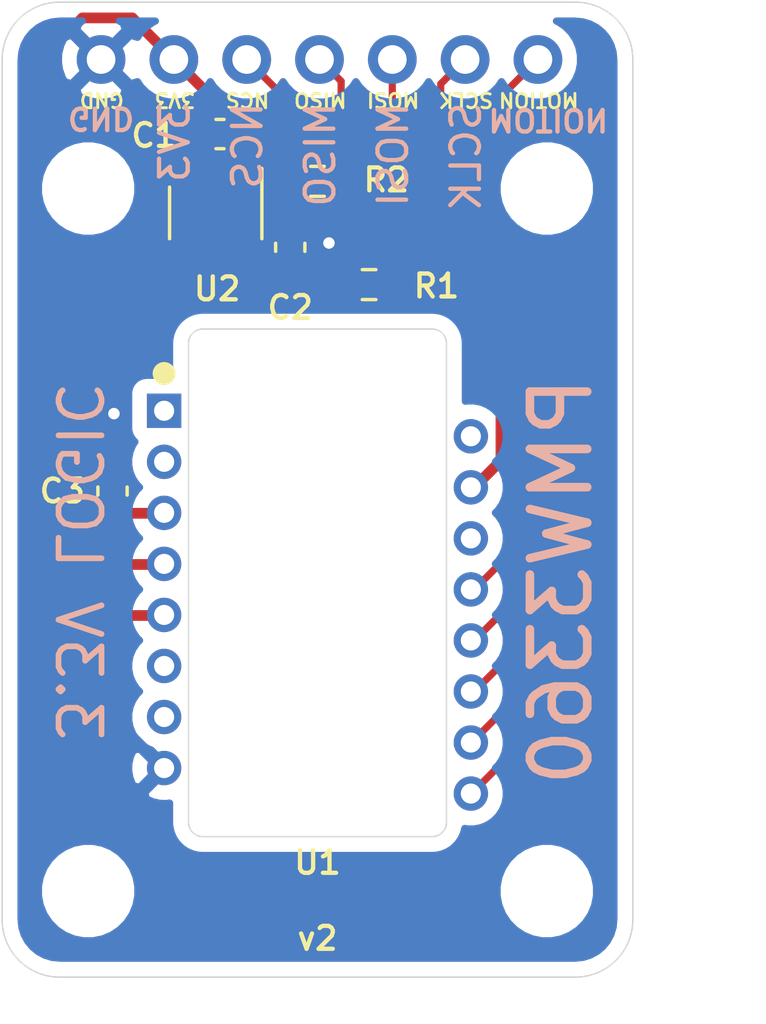
<source format=kicad_pcb>
(kicad_pcb (version 20171130) (host pcbnew "(5.1.10)-1")

  (general
    (thickness 1.6)
    (drawings 35)
    (tracks 87)
    (zones 0)
    (modules 12)
    (nets 18)
  )

  (page A4)
  (layers
    (0 F.Cu signal)
    (31 B.Cu signal)
    (32 B.Adhes user)
    (33 F.Adhes user)
    (34 B.Paste user)
    (35 F.Paste user)
    (36 B.SilkS user)
    (37 F.SilkS user)
    (38 B.Mask user)
    (39 F.Mask user)
    (40 Dwgs.User user)
    (41 Cmts.User user)
    (42 Eco1.User user)
    (43 Eco2.User user)
    (44 Edge.Cuts user)
    (45 Margin user)
    (46 B.CrtYd user)
    (47 F.CrtYd user)
    (48 B.Fab user hide)
    (49 F.Fab user hide)
  )

  (setup
    (last_trace_width 0.25)
    (trace_clearance 0.25)
    (zone_clearance 0.508)
    (zone_45_only no)
    (trace_min 0.2)
    (via_size 0.8)
    (via_drill 0.4)
    (via_min_size 0.4)
    (via_min_drill 0.3)
    (uvia_size 0.3)
    (uvia_drill 0.1)
    (uvias_allowed no)
    (uvia_min_size 0.2)
    (uvia_min_drill 0.1)
    (edge_width 0.05)
    (segment_width 0.2)
    (pcb_text_width 0.3)
    (pcb_text_size 1.5 1.5)
    (mod_edge_width 0.12)
    (mod_text_size 1 1)
    (mod_text_width 0.15)
    (pad_size 1.524 1.524)
    (pad_drill 0.762)
    (pad_to_mask_clearance 0)
    (aux_axis_origin 0 0)
    (visible_elements 7FFFFFFF)
    (pcbplotparams
      (layerselection 0x010fc_ffffffff)
      (usegerberextensions true)
      (usegerberattributes true)
      (usegerberadvancedattributes false)
      (creategerberjobfile false)
      (excludeedgelayer true)
      (linewidth 0.100000)
      (plotframeref false)
      (viasonmask false)
      (mode 1)
      (useauxorigin false)
      (hpglpennumber 1)
      (hpglpenspeed 20)
      (hpglpendiameter 15.000000)
      (psnegative false)
      (psa4output false)
      (plotreference true)
      (plotvalue false)
      (plotinvisibletext false)
      (padsonsilk false)
      (subtractmaskfromsilk true)
      (outputformat 1)
      (mirror false)
      (drillshape 0)
      (scaleselection 1)
      (outputdirectory "./"))
  )

  (net 0 "")
  (net 1 "Net-(U1-Pad7)")
  (net 2 "Net-(U1-Pad6)")
  (net 3 "Net-(U1-Pad14)")
  (net 4 "Net-(U1-Pad2)")
  (net 5 "Net-(U1-Pad16)")
  (net 6 "Net-(U1-Pad1)")
  (net 7 +3V3)
  (net 8 GND)
  (net 9 +1V8)
  (net 10 "Net-(C3-Pad1)")
  (net 11 MOTION)
  (net 12 SCLK)
  (net 13 MOSI)
  (net 14 MISO)
  (net 15 NCS)
  (net 16 "Net-(R1-Pad2)")
  (net 17 "Net-(U2-Pad4)")

  (net_class Default "This is the default net class."
    (clearance 0.25)
    (trace_width 0.25)
    (via_dia 0.8)
    (via_drill 0.4)
    (uvia_dia 0.3)
    (uvia_drill 0.1)
    (add_net MISO)
    (add_net MOSI)
    (add_net MOTION)
    (add_net NCS)
    (add_net "Net-(C3-Pad1)")
    (add_net "Net-(U1-Pad1)")
    (add_net "Net-(U1-Pad14)")
    (add_net "Net-(U1-Pad16)")
    (add_net "Net-(U1-Pad2)")
    (add_net "Net-(U1-Pad6)")
    (add_net "Net-(U1-Pad7)")
    (add_net "Net-(U2-Pad4)")
    (add_net SCLK)
  )

  (net_class power ""
    (clearance 0.25)
    (trace_width 0.375)
    (via_dia 0.8)
    (via_drill 0.4)
    (uvia_dia 0.3)
    (uvia_drill 0.1)
    (add_net +1V8)
    (add_net +3V3)
    (add_net GND)
    (add_net "Net-(R1-Pad2)")
  )

  (module PMW3360:PMW3360 (layer F.Cu) (tedit 615E26BB) (tstamp 61218CE5)
    (at 143.65 100.25)
    (path /611FD0E7)
    (fp_text reference U1 (at 5.35 15.75) (layer F.SilkS)
      (effects (font (size 0.8 0.8) (thickness 0.15)))
    )
    (fp_text value PMW3360 (at 5.35 13.375) (layer F.Fab)
      (effects (font (size 1 1) (thickness 0.15)))
    )
    (fp_line (start 4.35 5.66) (end 6.35 5.66) (layer Dwgs.User) (width 0.12))
    (fp_line (start 5.35 4.66) (end 5.35 6.66) (layer Dwgs.User) (width 0.12))
    (fp_circle (center 0 -1.3) (end 0.2 -1.3) (layer F.SilkS) (width 0.4))
    (fp_line (start 14.775 1.84) (end 14.775 8.89) (layer B.CrtYd) (width 0.05))
    (fp_line (start 2.975 15.94) (end 7.725 15.94) (layer B.CrtYd) (width 0.05))
    (fp_line (start -4.075 1.84) (end -4.075 8.89) (layer B.CrtYd) (width 0.05))
    (fp_line (start 2.975 -5.21) (end 7.725 -5.21) (layer B.CrtYd) (width 0.05))
    (fp_line (start 1.05 -2.78) (end 9.65 -2.78) (layer Dwgs.User) (width 0.12))
    (fp_line (start 9.65 -2.78) (end 9.65 14.48) (layer Dwgs.User) (width 0.12))
    (fp_line (start 1.05 14.48) (end 9.65 14.48) (layer Dwgs.User) (width 0.12))
    (fp_line (start 1.05 -2.78) (end 1.05 14.48) (layer Dwgs.User) (width 0.12))
    (fp_arc (start 2.975 8.89) (end -4.075 8.89) (angle -90) (layer B.CrtYd) (width 0.05))
    (fp_arc (start 2.975 1.84) (end -4.075 1.84) (angle 90) (layer B.CrtYd) (width 0.05))
    (fp_arc (start 7.725 1.84) (end 14.775 1.84) (angle -90) (layer B.CrtYd) (width 0.05))
    (fp_arc (start 7.725 8.89) (end 14.775 8.89) (angle 90) (layer B.CrtYd) (width 0.05))
    (pad 9 thru_hole circle (at 10.7 13.35) (size 1.2 1.2) (drill 0.7) (layers *.Cu *.Mask)
      (net 11 MOTION))
    (pad 10 thru_hole circle (at 10.7 11.57) (size 1.2 1.2) (drill 0.7) (layers *.Cu *.Mask)
      (net 12 SCLK))
    (pad 11 thru_hole circle (at 10.7 9.79) (size 1.2 1.2) (drill 0.7) (layers *.Cu *.Mask)
      (net 13 MOSI))
    (pad 12 thru_hole circle (at 10.7 8.01) (size 1.2 1.2) (drill 0.7) (layers *.Cu *.Mask)
      (net 14 MISO))
    (pad 13 thru_hole circle (at 10.7 6.23) (size 1.2 1.2) (drill 0.7) (layers *.Cu *.Mask)
      (net 15 NCS))
    (pad 14 thru_hole circle (at 10.7 4.45) (size 1.2 1.2) (drill 0.7) (layers *.Cu *.Mask)
      (net 3 "Net-(U1-Pad14)"))
    (pad 15 thru_hole circle (at 10.7 2.67) (size 1.2 1.2) (drill 0.7) (layers *.Cu *.Mask)
      (net 16 "Net-(R1-Pad2)"))
    (pad 16 thru_hole circle (at 10.7 0.89) (size 1.2 1.2) (drill 0.7) (layers *.Cu *.Mask)
      (net 5 "Net-(U1-Pad16)"))
    (pad 8 thru_hole circle (at 0 12.46) (size 1.2 1.2) (drill 0.7) (layers *.Cu *.Mask)
      (net 8 GND))
    (pad 7 thru_hole circle (at 0 10.68) (size 1.2 1.2) (drill 0.7) (layers *.Cu *.Mask)
      (net 1 "Net-(U1-Pad7)"))
    (pad 6 thru_hole circle (at 0 8.9) (size 1.2 1.2) (drill 0.7) (layers *.Cu *.Mask)
      (net 2 "Net-(U1-Pad6)"))
    (pad 5 thru_hole circle (at 0 7.12) (size 1.2 1.2) (drill 0.7) (layers *.Cu *.Mask)
      (net 7 +3V3))
    (pad 4 thru_hole circle (at 0 5.34) (size 1.2 1.2) (drill 0.7) (layers *.Cu *.Mask)
      (net 9 +1V8))
    (pad 3 thru_hole circle (at 0 3.56) (size 1.2 1.2) (drill 0.7) (layers *.Cu *.Mask)
      (net 10 "Net-(C3-Pad1)"))
    (pad 2 thru_hole circle (at 0 1.78) (size 1.2 1.2) (drill 0.7) (layers *.Cu *.Mask)
      (net 4 "Net-(U1-Pad2)"))
    (pad 1 thru_hole rect (at 0 0) (size 1.2 1.2) (drill 0.7) (layers *.Cu *.Mask)
      (net 6 "Net-(U1-Pad1)"))
  )

  (module MountingHole:MountingHole_2.2mm_M2 (layer F.Cu) (tedit 56D1B4CB) (tstamp 61219E26)
    (at 141 92.5)
    (descr "Mounting Hole 2.2mm, no annular, M2")
    (tags "mounting hole 2.2mm no annular m2")
    (attr virtual)
    (fp_text reference REF** (at 0 -3.2) (layer F.SilkS) hide
      (effects (font (size 1 1) (thickness 0.15)))
    )
    (fp_text value MountingHole_2.2mm_M2 (at 0 3.2) (layer F.Fab)
      (effects (font (size 1 1) (thickness 0.15)))
    )
    (fp_circle (center 0 0) (end 2.45 0) (layer F.CrtYd) (width 0.05))
    (fp_circle (center 0 0) (end 2.2 0) (layer Cmts.User) (width 0.15))
    (fp_text user %R (at 0.3 0) (layer F.Fab)
      (effects (font (size 1 1) (thickness 0.15)))
    )
    (pad 1 np_thru_hole circle (at 0 0) (size 2.2 2.2) (drill 2.2) (layers *.Cu *.Mask))
  )

  (module Connector_PinHeader_2.54mm:PinHeader_1x07_P2.54mm_Vertical (layer F.Cu) (tedit 61218118) (tstamp 612088F6)
    (at 141.45 88 90)
    (descr "Through hole straight pin header, 1x07, 2.54mm pitch, single row")
    (tags "Through hole pin header THT 1x07 2.54mm single row")
    (path /61204584)
    (fp_text reference J1 (at 0 -2.33 90) (layer F.SilkS) hide
      (effects (font (size 1 1) (thickness 0.15)))
    )
    (fp_text value Conn_01x07 (at 0 17.57 90) (layer F.Fab)
      (effects (font (size 1 1) (thickness 0.15)))
    )
    (fp_line (start -0.635 -1.27) (end 1.27 -1.27) (layer F.Fab) (width 0.1))
    (fp_line (start 1.27 -1.27) (end 1.27 16.51) (layer F.Fab) (width 0.1))
    (fp_line (start 1.27 16.51) (end -1.27 16.51) (layer F.Fab) (width 0.1))
    (fp_line (start -1.27 16.51) (end -1.27 -0.635) (layer F.Fab) (width 0.1))
    (fp_line (start -1.27 -0.635) (end -0.635 -1.27) (layer F.Fab) (width 0.1))
    (fp_line (start -1.8 -1.8) (end -1.8 17.05) (layer F.CrtYd) (width 0.05))
    (fp_line (start -1.8 17.05) (end 1.8 17.05) (layer F.CrtYd) (width 0.05))
    (fp_line (start 1.8 17.05) (end 1.8 -1.8) (layer F.CrtYd) (width 0.05))
    (fp_line (start 1.8 -1.8) (end -1.8 -1.8) (layer F.CrtYd) (width 0.05))
    (fp_text user %R (at 0 7.62) (layer F.Fab)
      (effects (font (size 1 1) (thickness 0.15)))
    )
    (pad 7 thru_hole oval (at 0 15.24 90) (size 1.7 1.7) (drill 1) (layers *.Cu *.Mask)
      (net 11 MOTION))
    (pad 6 thru_hole oval (at 0 12.7 90) (size 1.7 1.7) (drill 1) (layers *.Cu *.Mask)
      (net 12 SCLK))
    (pad 5 thru_hole oval (at 0 10.16 90) (size 1.7 1.7) (drill 1) (layers *.Cu *.Mask)
      (net 13 MOSI))
    (pad 4 thru_hole oval (at 0 7.62 90) (size 1.7 1.7) (drill 1) (layers *.Cu *.Mask)
      (net 14 MISO))
    (pad 3 thru_hole oval (at 0 5.08 90) (size 1.7 1.7) (drill 1) (layers *.Cu *.Mask)
      (net 15 NCS))
    (pad 2 thru_hole oval (at 0 2.54 90) (size 1.7 1.7) (drill 1) (layers *.Cu *.Mask)
      (net 7 +3V3))
    (pad 1 thru_hole circle (at 0 0 90) (size 1.7 1.7) (drill 1) (layers *.Cu *.Mask)
      (net 8 GND))
  )

  (module MountingHole:MountingHole_2.2mm_M2 (layer F.Cu) (tedit 56D1B4CB) (tstamp 61217BF5)
    (at 157 117)
    (descr "Mounting Hole 2.2mm, no annular, M2")
    (tags "mounting hole 2.2mm no annular m2")
    (attr virtual)
    (fp_text reference REF** (at 0 -3.2) (layer F.SilkS) hide
      (effects (font (size 1 1) (thickness 0.15)))
    )
    (fp_text value MountingHole_2.2mm_M2 (at 0 3.2) (layer F.Fab)
      (effects (font (size 1 1) (thickness 0.15)))
    )
    (fp_circle (center 0 0) (end 2.45 0) (layer F.CrtYd) (width 0.05))
    (fp_circle (center 0 0) (end 2.2 0) (layer Cmts.User) (width 0.15))
    (fp_text user %R (at 0.3 0) (layer F.Fab)
      (effects (font (size 1 1) (thickness 0.15)))
    )
    (pad 1 np_thru_hole circle (at 0 0) (size 2.2 2.2) (drill 2.2) (layers *.Cu *.Mask))
  )

  (module MountingHole:MountingHole_2.2mm_M2 (layer F.Cu) (tedit 56D1B4CB) (tstamp 61217B4F)
    (at 141 117)
    (descr "Mounting Hole 2.2mm, no annular, M2")
    (tags "mounting hole 2.2mm no annular m2")
    (attr virtual)
    (fp_text reference REF** (at 0 -3.2) (layer F.SilkS) hide
      (effects (font (size 1 1) (thickness 0.15)))
    )
    (fp_text value MountingHole_2.2mm_M2 (at 0 3.2) (layer F.Fab)
      (effects (font (size 1 1) (thickness 0.15)))
    )
    (fp_circle (center 0 0) (end 2.45 0) (layer F.CrtYd) (width 0.05))
    (fp_circle (center 0 0) (end 2.2 0) (layer Cmts.User) (width 0.15))
    (fp_text user %R (at 0.3 0) (layer F.Fab)
      (effects (font (size 1 1) (thickness 0.15)))
    )
    (pad 1 np_thru_hole circle (at 0 0) (size 2.2 2.2) (drill 2.2) (layers *.Cu *.Mask))
  )

  (module MountingHole:MountingHole_2.2mm_M2 (layer F.Cu) (tedit 56D1B4CB) (tstamp 612178A2)
    (at 157 92.5)
    (descr "Mounting Hole 2.2mm, no annular, M2")
    (tags "mounting hole 2.2mm no annular m2")
    (attr virtual)
    (fp_text reference REF** (at 0 -3.2) (layer F.SilkS) hide
      (effects (font (size 1 1) (thickness 0.15)))
    )
    (fp_text value MountingHole_2.2mm_M2 (at 0 3.2) (layer F.Fab)
      (effects (font (size 1 1) (thickness 0.15)))
    )
    (fp_circle (center 0 0) (end 2.45 0) (layer F.CrtYd) (width 0.05))
    (fp_circle (center 0 0) (end 2.2 0) (layer Cmts.User) (width 0.15))
    (fp_text user %R (at 0.3 0) (layer F.Fab)
      (effects (font (size 1 1) (thickness 0.15)))
    )
    (pad 1 np_thru_hole circle (at 0 0) (size 2.2 2.2) (drill 2.2) (layers *.Cu *.Mask))
  )

  (module Package_TO_SOT_SMD:SOT-23-5 (layer F.Cu) (tedit 5A02FF57) (tstamp 6122CBDC)
    (at 145.45 93.35 270)
    (descr "5-pin SOT23 package")
    (tags SOT-23-5)
    (path /61202164)
    (attr smd)
    (fp_text reference U2 (at 2.65 -0.05 180) (layer F.SilkS)
      (effects (font (size 0.8 0.8) (thickness 0.15)))
    )
    (fp_text value TCR2EF19 (at 0 2.9 90) (layer F.Fab)
      (effects (font (size 1 1) (thickness 0.15)))
    )
    (fp_line (start -0.9 1.61) (end 0.9 1.61) (layer F.SilkS) (width 0.12))
    (fp_line (start 0.9 -1.61) (end -1.55 -1.61) (layer F.SilkS) (width 0.12))
    (fp_line (start -1.9 -1.8) (end 1.9 -1.8) (layer F.CrtYd) (width 0.05))
    (fp_line (start 1.9 -1.8) (end 1.9 1.8) (layer F.CrtYd) (width 0.05))
    (fp_line (start 1.9 1.8) (end -1.9 1.8) (layer F.CrtYd) (width 0.05))
    (fp_line (start -1.9 1.8) (end -1.9 -1.8) (layer F.CrtYd) (width 0.05))
    (fp_line (start -0.9 -0.9) (end -0.25 -1.55) (layer F.Fab) (width 0.1))
    (fp_line (start 0.9 -1.55) (end -0.25 -1.55) (layer F.Fab) (width 0.1))
    (fp_line (start -0.9 -0.9) (end -0.9 1.55) (layer F.Fab) (width 0.1))
    (fp_line (start 0.9 1.55) (end -0.9 1.55) (layer F.Fab) (width 0.1))
    (fp_line (start 0.9 -1.55) (end 0.9 1.55) (layer F.Fab) (width 0.1))
    (fp_text user %R (at 0 0) (layer F.Fab)
      (effects (font (size 0.5 0.5) (thickness 0.075)))
    )
    (pad 5 smd rect (at 1.1 -0.95 270) (size 1.06 0.65) (layers F.Cu F.Paste F.Mask)
      (net 9 +1V8))
    (pad 4 smd rect (at 1.1 0.95 270) (size 1.06 0.65) (layers F.Cu F.Paste F.Mask)
      (net 17 "Net-(U2-Pad4)"))
    (pad 3 smd rect (at -1.1 0.95 270) (size 1.06 0.65) (layers F.Cu F.Paste F.Mask)
      (net 7 +3V3))
    (pad 2 smd rect (at -1.1 0 270) (size 1.06 0.65) (layers F.Cu F.Paste F.Mask)
      (net 8 GND))
    (pad 1 smd rect (at -1.1 -0.95 270) (size 1.06 0.65) (layers F.Cu F.Paste F.Mask)
      (net 7 +3V3))
    (model ${KISYS3DMOD}/Package_TO_SOT_SMD.3dshapes/SOT-23-5.wrl
      (at (xyz 0 0 0))
      (scale (xyz 1 1 1))
      (rotate (xyz 0 0 0))
    )
  )

  (module Resistor_SMD:R_0603_1608Metric (layer F.Cu) (tedit 5F68FEEE) (tstamp 61208918)
    (at 149 92.25)
    (descr "Resistor SMD 0603 (1608 Metric), square (rectangular) end terminal, IPC_7351 nominal, (Body size source: IPC-SM-782 page 72, https://www.pcb-3d.com/wordpress/wp-content/uploads/ipc-sm-782a_amendment_1_and_2.pdf), generated with kicad-footprint-generator")
    (tags resistor)
    (path /612233B2)
    (attr smd)
    (fp_text reference R2 (at 2.4 -0.05) (layer F.SilkS)
      (effects (font (size 0.8 0.8) (thickness 0.15)))
    )
    (fp_text value 10k (at 0 1.43) (layer F.Fab)
      (effects (font (size 1 1) (thickness 0.15)))
    )
    (fp_line (start -0.8 0.4125) (end -0.8 -0.4125) (layer F.Fab) (width 0.1))
    (fp_line (start -0.8 -0.4125) (end 0.8 -0.4125) (layer F.Fab) (width 0.1))
    (fp_line (start 0.8 -0.4125) (end 0.8 0.4125) (layer F.Fab) (width 0.1))
    (fp_line (start 0.8 0.4125) (end -0.8 0.4125) (layer F.Fab) (width 0.1))
    (fp_line (start -0.237258 -0.5225) (end 0.237258 -0.5225) (layer F.SilkS) (width 0.12))
    (fp_line (start -0.237258 0.5225) (end 0.237258 0.5225) (layer F.SilkS) (width 0.12))
    (fp_line (start -1.48 0.73) (end -1.48 -0.73) (layer F.CrtYd) (width 0.05))
    (fp_line (start -1.48 -0.73) (end 1.48 -0.73) (layer F.CrtYd) (width 0.05))
    (fp_line (start 1.48 -0.73) (end 1.48 0.73) (layer F.CrtYd) (width 0.05))
    (fp_line (start 1.48 0.73) (end -1.48 0.73) (layer F.CrtYd) (width 0.05))
    (fp_text user %R (at 0 0) (layer F.Fab)
      (effects (font (size 0.4 0.4) (thickness 0.06)))
    )
    (pad 2 smd roundrect (at 0.825 0) (size 0.8 0.95) (layers F.Cu F.Paste F.Mask) (roundrect_rratio 0.25)
      (net 14 MISO))
    (pad 1 smd roundrect (at -0.825 0) (size 0.8 0.95) (layers F.Cu F.Paste F.Mask) (roundrect_rratio 0.25)
      (net 7 +3V3))
    (model ${KISYS3DMOD}/Resistor_SMD.3dshapes/R_0603_1608Metric.wrl
      (at (xyz 0 0 0))
      (scale (xyz 1 1 1))
      (rotate (xyz 0 0 0))
    )
  )

  (module Resistor_SMD:R_0603_1608Metric (layer F.Cu) (tedit 5F68FEEE) (tstamp 6121A67E)
    (at 150.8 95.85)
    (descr "Resistor SMD 0603 (1608 Metric), square (rectangular) end terminal, IPC_7351 nominal, (Body size source: IPC-SM-782 page 72, https://www.pcb-3d.com/wordpress/wp-content/uploads/ipc-sm-782a_amendment_1_and_2.pdf), generated with kicad-footprint-generator")
    (tags resistor)
    (path /61226765)
    (attr smd)
    (fp_text reference R1 (at 2.35 0.05) (layer F.SilkS)
      (effects (font (size 0.8 0.8) (thickness 0.15)))
    )
    (fp_text value 39 (at 0 1.43) (layer F.Fab)
      (effects (font (size 1 1) (thickness 0.15)))
    )
    (fp_line (start -0.8 0.4125) (end -0.8 -0.4125) (layer F.Fab) (width 0.1))
    (fp_line (start -0.8 -0.4125) (end 0.8 -0.4125) (layer F.Fab) (width 0.1))
    (fp_line (start 0.8 -0.4125) (end 0.8 0.4125) (layer F.Fab) (width 0.1))
    (fp_line (start 0.8 0.4125) (end -0.8 0.4125) (layer F.Fab) (width 0.1))
    (fp_line (start -0.237258 -0.5225) (end 0.237258 -0.5225) (layer F.SilkS) (width 0.12))
    (fp_line (start -0.237258 0.5225) (end 0.237258 0.5225) (layer F.SilkS) (width 0.12))
    (fp_line (start -1.48 0.73) (end -1.48 -0.73) (layer F.CrtYd) (width 0.05))
    (fp_line (start -1.48 -0.73) (end 1.48 -0.73) (layer F.CrtYd) (width 0.05))
    (fp_line (start 1.48 -0.73) (end 1.48 0.73) (layer F.CrtYd) (width 0.05))
    (fp_line (start 1.48 0.73) (end -1.48 0.73) (layer F.CrtYd) (width 0.05))
    (fp_text user %R (at 0 0) (layer F.Fab)
      (effects (font (size 0.4 0.4) (thickness 0.06)))
    )
    (pad 2 smd roundrect (at 0.825 0) (size 0.8 0.95) (layers F.Cu F.Paste F.Mask) (roundrect_rratio 0.25)
      (net 16 "Net-(R1-Pad2)"))
    (pad 1 smd roundrect (at -0.825 0) (size 0.8 0.95) (layers F.Cu F.Paste F.Mask) (roundrect_rratio 0.25)
      (net 9 +1V8))
    (model ${KISYS3DMOD}/Resistor_SMD.3dshapes/R_0603_1608Metric.wrl
      (at (xyz 0 0 0))
      (scale (xyz 1 1 1))
      (rotate (xyz 0 0 0))
    )
  )

  (module Capacitor_SMD:C_0603_1608Metric (layer F.Cu) (tedit 5F68FEEE) (tstamp 612088DB)
    (at 141.85 103.05 90)
    (descr "Capacitor SMD 0603 (1608 Metric), square (rectangular) end terminal, IPC_7351 nominal, (Body size source: IPC-SM-782 page 76, https://www.pcb-3d.com/wordpress/wp-content/uploads/ipc-sm-782a_amendment_1_and_2.pdf), generated with kicad-footprint-generator")
    (tags capacitor)
    (path /6120E816)
    (attr smd)
    (fp_text reference C3 (at 0 -1.75 180) (layer F.SilkS)
      (effects (font (size 0.8 0.8) (thickness 0.15)))
    )
    (fp_text value 4.7u (at 0 1.43 90) (layer F.Fab)
      (effects (font (size 1 1) (thickness 0.15)))
    )
    (fp_line (start -0.8 0.4) (end -0.8 -0.4) (layer F.Fab) (width 0.1))
    (fp_line (start -0.8 -0.4) (end 0.8 -0.4) (layer F.Fab) (width 0.1))
    (fp_line (start 0.8 -0.4) (end 0.8 0.4) (layer F.Fab) (width 0.1))
    (fp_line (start 0.8 0.4) (end -0.8 0.4) (layer F.Fab) (width 0.1))
    (fp_line (start -0.14058 -0.51) (end 0.14058 -0.51) (layer F.SilkS) (width 0.12))
    (fp_line (start -0.14058 0.51) (end 0.14058 0.51) (layer F.SilkS) (width 0.12))
    (fp_line (start -1.48 0.73) (end -1.48 -0.73) (layer F.CrtYd) (width 0.05))
    (fp_line (start -1.48 -0.73) (end 1.48 -0.73) (layer F.CrtYd) (width 0.05))
    (fp_line (start 1.48 -0.73) (end 1.48 0.73) (layer F.CrtYd) (width 0.05))
    (fp_line (start 1.48 0.73) (end -1.48 0.73) (layer F.CrtYd) (width 0.05))
    (fp_text user %R (at 0 0 90) (layer F.Fab)
      (effects (font (size 0.4 0.4) (thickness 0.06)))
    )
    (pad 2 smd roundrect (at 0.775 0 90) (size 0.9 0.95) (layers F.Cu F.Paste F.Mask) (roundrect_rratio 0.25)
      (net 8 GND))
    (pad 1 smd roundrect (at -0.775 0 90) (size 0.9 0.95) (layers F.Cu F.Paste F.Mask) (roundrect_rratio 0.25)
      (net 10 "Net-(C3-Pad1)"))
    (model ${KISYS3DMOD}/Capacitor_SMD.3dshapes/C_0603_1608Metric.wrl
      (at (xyz 0 0 0))
      (scale (xyz 1 1 1))
      (rotate (xyz 0 0 0))
    )
  )

  (module Capacitor_SMD:C_0603_1608Metric (layer F.Cu) (tedit 5F68FEEE) (tstamp 6122CE5B)
    (at 148.05 94.55 90)
    (descr "Capacitor SMD 0603 (1608 Metric), square (rectangular) end terminal, IPC_7351 nominal, (Body size source: IPC-SM-782 page 76, https://www.pcb-3d.com/wordpress/wp-content/uploads/ipc-sm-782a_amendment_1_and_2.pdf), generated with kicad-footprint-generator")
    (tags capacitor)
    (path /6120771D)
    (attr smd)
    (fp_text reference C2 (at -2.1 0 180) (layer F.SilkS)
      (effects (font (size 0.8 0.8) (thickness 0.15)))
    )
    (fp_text value 1u (at 0 1.43 90) (layer F.Fab)
      (effects (font (size 1 1) (thickness 0.15)))
    )
    (fp_line (start -0.8 0.4) (end -0.8 -0.4) (layer F.Fab) (width 0.1))
    (fp_line (start -0.8 -0.4) (end 0.8 -0.4) (layer F.Fab) (width 0.1))
    (fp_line (start 0.8 -0.4) (end 0.8 0.4) (layer F.Fab) (width 0.1))
    (fp_line (start 0.8 0.4) (end -0.8 0.4) (layer F.Fab) (width 0.1))
    (fp_line (start -0.14058 -0.51) (end 0.14058 -0.51) (layer F.SilkS) (width 0.12))
    (fp_line (start -0.14058 0.51) (end 0.14058 0.51) (layer F.SilkS) (width 0.12))
    (fp_line (start -1.48 0.73) (end -1.48 -0.73) (layer F.CrtYd) (width 0.05))
    (fp_line (start -1.48 -0.73) (end 1.48 -0.73) (layer F.CrtYd) (width 0.05))
    (fp_line (start 1.48 -0.73) (end 1.48 0.73) (layer F.CrtYd) (width 0.05))
    (fp_line (start 1.48 0.73) (end -1.48 0.73) (layer F.CrtYd) (width 0.05))
    (fp_text user %R (at 0 0 90) (layer F.Fab)
      (effects (font (size 0.4 0.4) (thickness 0.06)))
    )
    (pad 2 smd roundrect (at 0.775 0 90) (size 0.9 0.95) (layers F.Cu F.Paste F.Mask) (roundrect_rratio 0.25)
      (net 8 GND))
    (pad 1 smd roundrect (at -0.775 0 90) (size 0.9 0.95) (layers F.Cu F.Paste F.Mask) (roundrect_rratio 0.25)
      (net 9 +1V8))
    (model ${KISYS3DMOD}/Capacitor_SMD.3dshapes/C_0603_1608Metric.wrl
      (at (xyz 0 0 0))
      (scale (xyz 1 1 1))
      (rotate (xyz 0 0 0))
    )
  )

  (module Capacitor_SMD:C_0603_1608Metric (layer F.Cu) (tedit 5F68FEEE) (tstamp 61219B75)
    (at 145.6 90.6)
    (descr "Capacitor SMD 0603 (1608 Metric), square (rectangular) end terminal, IPC_7351 nominal, (Body size source: IPC-SM-782 page 76, https://www.pcb-3d.com/wordpress/wp-content/uploads/ipc-sm-782a_amendment_1_and_2.pdf), generated with kicad-footprint-generator")
    (tags capacitor)
    (path /61207B3F)
    (attr smd)
    (fp_text reference C1 (at -2.3 0.05) (layer F.SilkS)
      (effects (font (size 0.8 0.8) (thickness 0.15)))
    )
    (fp_text value 0.1u (at 0 1.43) (layer F.Fab)
      (effects (font (size 1 1) (thickness 0.15)))
    )
    (fp_line (start -0.8 0.4) (end -0.8 -0.4) (layer F.Fab) (width 0.1))
    (fp_line (start -0.8 -0.4) (end 0.8 -0.4) (layer F.Fab) (width 0.1))
    (fp_line (start 0.8 -0.4) (end 0.8 0.4) (layer F.Fab) (width 0.1))
    (fp_line (start 0.8 0.4) (end -0.8 0.4) (layer F.Fab) (width 0.1))
    (fp_line (start -0.14058 -0.51) (end 0.14058 -0.51) (layer F.SilkS) (width 0.12))
    (fp_line (start -0.14058 0.51) (end 0.14058 0.51) (layer F.SilkS) (width 0.12))
    (fp_line (start -1.48 0.73) (end -1.48 -0.73) (layer F.CrtYd) (width 0.05))
    (fp_line (start -1.48 -0.73) (end 1.48 -0.73) (layer F.CrtYd) (width 0.05))
    (fp_line (start 1.48 -0.73) (end 1.48 0.73) (layer F.CrtYd) (width 0.05))
    (fp_line (start 1.48 0.73) (end -1.48 0.73) (layer F.CrtYd) (width 0.05))
    (fp_text user %R (at 0 0) (layer F.Fab)
      (effects (font (size 0.4 0.4) (thickness 0.06)))
    )
    (pad 2 smd roundrect (at 0.775 0) (size 0.9 0.95) (layers F.Cu F.Paste F.Mask) (roundrect_rratio 0.25)
      (net 7 +3V3))
    (pad 1 smd roundrect (at -0.775 0) (size 0.9 0.95) (layers F.Cu F.Paste F.Mask) (roundrect_rratio 0.25)
      (net 8 GND))
    (model ${KISYS3DMOD}/Capacitor_SMD.3dshapes/C_0603_1608Metric.wrl
      (at (xyz 0 0 0))
      (scale (xyz 1 1 1))
      (rotate (xyz 0 0 0))
    )
  )

  (gr_text v2 (at 149 118.65) (layer F.SilkS)
    (effects (font (size 0.8 0.8) (thickness 0.15)))
  )
  (gr_text "3.3V LOGIC" (at 140.65 105.5 -90) (layer B.SilkS)
    (effects (font (size 1.5 1.5) (thickness 0.2)) (justify mirror))
  )
  (gr_text PMW3360 (at 157.5 106.2 90) (layer B.SilkS)
    (effects (font (size 2 2) (thickness 0.3)) (justify mirror))
  )
  (dimension 22 (width 0.15) (layer Cmts.User)
    (gr_text "22,000 mm" (at 149 122.3) (layer Cmts.User)
      (effects (font (size 1 1) (thickness 0.15)))
    )
    (feature1 (pts (xy 160 119) (xy 160 121.586421)))
    (feature2 (pts (xy 138 119) (xy 138 121.586421)))
    (crossbar (pts (xy 138 121) (xy 160 121)))
    (arrow1a (pts (xy 160 121) (xy 158.873496 121.586421)))
    (arrow1b (pts (xy 160 121) (xy 158.873496 120.413579)))
    (arrow2a (pts (xy 138 121) (xy 139.126504 121.586421)))
    (arrow2b (pts (xy 138 121) (xy 139.126504 120.413579)))
  )
  (dimension 34 (width 0.15) (layer Cmts.User)
    (gr_text "34,000 mm" (at 163.3 103 270) (layer Cmts.User)
      (effects (font (size 1 1) (thickness 0.15)))
    )
    (feature1 (pts (xy 160 120) (xy 162.586421 120)))
    (feature2 (pts (xy 160 86) (xy 162.586421 86)))
    (crossbar (pts (xy 162 86) (xy 162 120)))
    (arrow1a (pts (xy 162 120) (xy 161.413579 118.873496)))
    (arrow1b (pts (xy 162 120) (xy 162.586421 118.873496)))
    (arrow2a (pts (xy 162 86) (xy 161.413579 87.126504)))
    (arrow2b (pts (xy 162 86) (xy 162.586421 87.126504)))
  )
  (gr_text NCS (at 146.558 89.408 180) (layer F.SilkS) (tstamp 6121867A)
    (effects (font (size 0.5 0.5) (thickness 0.1)))
  )
  (gr_text 3V3 (at 144.018 89.408 180) (layer F.SilkS) (tstamp 61218679)
    (effects (font (size 0.5 0.5) (thickness 0.1)))
  )
  (gr_text GND (at 141.478 89.408 180) (layer F.SilkS) (tstamp 61218678)
    (effects (font (size 0.5 0.5) (thickness 0.1)))
  )
  (gr_text MOSI (at 151.638 89.408 180) (layer F.SilkS) (tstamp 61218677)
    (effects (font (size 0.5 0.5) (thickness 0.1)))
  )
  (gr_text MISO (at 149.098 89.408 180) (layer F.SilkS) (tstamp 61218676)
    (effects (font (size 0.5 0.5) (thickness 0.1)))
  )
  (gr_text MOTION (at 156.718 89.408 180) (layer F.SilkS) (tstamp 61218675)
    (effects (font (size 0.5 0.5) (thickness 0.1)))
  )
  (gr_text SCLK (at 154.178 89.408 180) (layer F.SilkS) (tstamp 61218674)
    (effects (font (size 0.5 0.5) (thickness 0.1)))
  )
  (gr_text MOTION (at 157.05 90.1 180) (layer B.SilkS)
    (effects (font (size 0.75 0.75) (thickness 0.15)) (justify mirror))
  )
  (gr_text SCLK (at 154.178 89.408 90) (layer B.SilkS)
    (effects (font (size 1 1) (thickness 0.15)) (justify left mirror))
  )
  (gr_text MOSI (at 151.638 89.408 90) (layer B.SilkS)
    (effects (font (size 1 1) (thickness 0.15)) (justify left mirror))
  )
  (gr_text MISO (at 149.098 89.408 90) (layer B.SilkS)
    (effects (font (size 1 1) (thickness 0.15)) (justify left mirror))
  )
  (gr_text NCS (at 146.558 89.408 90) (layer B.SilkS)
    (effects (font (size 1 1) (thickness 0.15)) (justify left mirror))
  )
  (gr_text 3V3 (at 144.018 89.408 90) (layer B.SilkS) (tstamp 6121995E)
    (effects (font (size 1 1) (thickness 0.15)) (justify left mirror))
  )
  (gr_text GND (at 141.45 90.05 180) (layer B.SilkS) (tstamp 61219961)
    (effects (font (size 0.75 0.75) (thickness 0.15)) (justify mirror))
  )
  (gr_arc (start 140 118) (end 138 118) (angle -90) (layer Edge.Cuts) (width 0.05))
  (gr_arc (start 158 118) (end 158 120) (angle -90) (layer Edge.Cuts) (width 0.05))
  (gr_arc (start 140 88) (end 140 86) (angle -90) (layer Edge.Cuts) (width 0.05))
  (gr_arc (start 158 88) (end 160 88) (angle -90) (layer Edge.Cuts) (width 0.05))
  (gr_line (start 153 115.1) (end 145 115.1) (layer Edge.Cuts) (width 0.05) (tstamp 61218CCC))
  (gr_line (start 153.5 97.9) (end 153.5 114.6) (layer Edge.Cuts) (width 0.05) (tstamp 61218CC9))
  (gr_line (start 145 97.4) (end 153 97.4) (layer Edge.Cuts) (width 0.05) (tstamp 61218D17))
  (gr_line (start 144.5 114.6) (end 144.5 97.9) (layer Edge.Cuts) (width 0.05) (tstamp 61218D1A))
  (gr_arc (start 145 114.6) (end 144.5 114.6) (angle -90) (layer Edge.Cuts) (width 0.05) (tstamp 61218D14))
  (gr_arc (start 153 114.6) (end 153 115.1) (angle -90) (layer Edge.Cuts) (width 0.05) (tstamp 61218D20))
  (gr_arc (start 153 97.9) (end 153.5 97.9) (angle -90) (layer Edge.Cuts) (width 0.05) (tstamp 61218D1D))
  (gr_arc (start 145 97.9) (end 145 97.4) (angle -90) (layer Edge.Cuts) (width 0.05) (tstamp 61218D23))
  (gr_line (start 138 118) (end 138 88) (layer Edge.Cuts) (width 0.05) (tstamp 61202E3D))
  (gr_line (start 158 120) (end 140 120) (layer Edge.Cuts) (width 0.05))
  (gr_line (start 160 88) (end 160 118) (layer Edge.Cuts) (width 0.05))
  (gr_line (start 140 86) (end 158 86) (layer Edge.Cuts) (width 0.05))

  (segment (start 146.375 92.225) (end 146.4 92.25) (width 0.375) (layer F.Cu) (net 7) (tstamp 61219BE1) (status 30))
  (segment (start 146.375 90.6) (end 146.375 92.225) (width 0.375) (layer F.Cu) (net 7) (tstamp 61219BE4) (status 30))
  (segment (start 146.375 90.385) (end 146.375 90.6) (width 0.375) (layer F.Cu) (net 7) (status 30))
  (segment (start 143.99 88) (end 146.375 90.385) (width 0.375) (layer F.Cu) (net 7) (status 30))
  (segment (start 146.4 92.25) (end 148.175 92.25) (width 0.375) (layer F.Cu) (net 7) (status 30))
  (segment (start 144.5 92.15) (end 144.5 92.25) (width 0.375) (layer F.Cu) (net 7) (status 30))
  (segment (start 142.2 89.85) (end 144.5 92.15) (width 0.375) (layer F.Cu) (net 7) (status 20))
  (segment (start 141 89.85) (end 142.2 89.85) (width 0.375) (layer F.Cu) (net 7))
  (segment (start 139.9 88.75) (end 141 89.85) (width 0.375) (layer F.Cu) (net 7))
  (segment (start 139.9 87.45) (end 139.9 88.75) (width 0.375) (layer F.Cu) (net 7))
  (segment (start 140.8 86.55) (end 139.9 87.45) (width 0.375) (layer F.Cu) (net 7))
  (segment (start 142.54 86.55) (end 140.8 86.55) (width 0.375) (layer F.Cu) (net 7))
  (segment (start 143.99 88) (end 142.54 86.55) (width 0.375) (layer F.Cu) (net 7) (status 10))
  (segment (start 141.94 107.39) (end 143.65 107.39) (width 0.375) (layer F.Cu) (net 7) (status 20))
  (segment (start 139.35 104.8) (end 141.94 107.39) (width 0.375) (layer F.Cu) (net 7))
  (segment (start 139.35 97.95) (end 139.35 104.8) (width 0.375) (layer F.Cu) (net 7))
  (segment (start 144.5 92.8) (end 139.35 97.95) (width 0.375) (layer F.Cu) (net 7))
  (segment (start 144.5 92.25) (end 144.5 92.8) (width 0.375) (layer F.Cu) (net 7) (status 10))
  (segment (start 145.45 91.225) (end 145.45 92.25) (width 0.5) (layer F.Cu) (net 8) (tstamp 61219BD5) (status 20))
  (segment (start 144.825 90.6) (end 145.45 91.225) (width 0.5) (layer F.Cu) (net 8) (tstamp 61219BDB) (status 10))
  (via (at 141.9 100.35) (size 0.8) (drill 0.4) (layers F.Cu B.Cu) (net 8))
  (segment (start 141.9 100.35) (end 141.9 102.225) (width 0.375) (layer F.Cu) (net 8) (status 20))
  (segment (start 141.9 101.225) (end 141.85 101.275) (width 0.25) (layer F.Cu) (net 8))
  (segment (start 141.9 101.075) (end 141.95 101.125) (width 0.25) (layer F.Cu) (net 8))
  (segment (start 141.9 100.35) (end 141.9 110.98) (width 0.375) (layer B.Cu) (net 8))
  (segment (start 144.05 90.6) (end 144.825 90.6) (width 0.5) (layer F.Cu) (net 8) (status 20))
  (segment (start 141.45 88) (end 143.25 89.8) (width 0.5) (layer F.Cu) (net 8) (status 10))
  (segment (start 147.390002 93.775) (end 148.05 93.775) (width 0.5) (layer F.Cu) (net 8) (status 20))
  (segment (start 145.45 92.25) (end 145.45 92.965002) (width 0.5) (layer F.Cu) (net 8) (status 10))
  (segment (start 146.965002 93.35) (end 147.390002 93.775) (width 0.5) (layer F.Cu) (net 8))
  (segment (start 145.45 92.965002) (end 145.834998 93.35) (width 0.5) (layer F.Cu) (net 8))
  (segment (start 145.834998 93.35) (end 146.965002 93.35) (width 0.5) (layer F.Cu) (net 8))
  (via (at 149.4 94.4) (size 0.8) (drill 0.4) (layers F.Cu B.Cu) (net 8))
  (segment (start 148.775 93.775) (end 149.4 94.4) (width 0.5) (layer F.Cu) (net 8))
  (segment (start 148.05 93.775) (end 148.775 93.775) (width 0.5) (layer F.Cu) (net 8) (status 10))
  (segment (start 141.9 110.98) (end 143.65 112.73) (width 0.375) (layer B.Cu) (net 8))
  (segment (start 143.25 89.8) (end 144.05 90.6) (width 0.5) (layer F.Cu) (net 8) (tstamp 6121A8AE))
  (segment (start 141.9 97.05) (end 141.9 100.35) (width 0.375) (layer B.Cu) (net 8))
  (segment (start 144.55 94.4) (end 141.9 97.05) (width 0.375) (layer B.Cu) (net 8))
  (segment (start 149.4 94.4) (end 144.55 94.4) (width 0.375) (layer B.Cu) (net 8))
  (segment (start 141.61 105.61) (end 140.3 104.3) (width 0.375) (layer F.Cu) (net 9))
  (segment (start 143.65 105.61) (end 141.61 105.61) (width 0.375) (layer F.Cu) (net 9) (status 10))
  (segment (start 149.45 95.325) (end 149.975 95.85) (width 0.375) (layer F.Cu) (net 9) (status 20))
  (segment (start 148.05 95.325) (end 149.45 95.325) (width 0.375) (layer F.Cu) (net 9) (status 10))
  (segment (start 147.475 94.75) (end 148.05 95.325) (width 0.375) (layer F.Cu) (net 9) (status 20))
  (segment (start 146.4 94.45) (end 146.7 94.75) (width 0.375) (layer F.Cu) (net 9) (status 30))
  (segment (start 146.7 94.75) (end 147.475 94.75) (width 0.375) (layer F.Cu) (net 9) (status 10))
  (segment (start 147.325 96.05) (end 148.05 95.325) (width 0.375) (layer F.Cu) (net 9) (status 20))
  (segment (start 143.55 96.05) (end 147.325 96.05) (width 0.375) (layer F.Cu) (net 9))
  (segment (start 140.3 99.3) (end 143.55 96.05) (width 0.375) (layer F.Cu) (net 9))
  (segment (start 140.3 104.3) (end 140.3 99.3) (width 0.375) (layer F.Cu) (net 9))
  (segment (start 141.85 103.825) (end 143.645 103.825) (width 0.375) (layer F.Cu) (net 10) (status 30))
  (segment (start 154.35 90.34) (end 154.35 93.8) (width 0.25) (layer F.Cu) (net 11))
  (segment (start 154.35 93.8) (end 154.349998 93.800002) (width 0.25) (layer F.Cu) (net 11))
  (segment (start 156.69 88) (end 154.35 90.34) (width 0.25) (layer F.Cu) (net 11) (status 10))
  (segment (start 157.962551 110.007449) (end 154.35 113.62) (width 0.25) (layer F.Cu) (net 11) (status 20))
  (segment (start 157.962551 97.412555) (end 157.962551 110.007449) (width 0.25) (layer F.Cu) (net 11))
  (segment (start 154.35 93.800004) (end 157.962551 97.412555) (width 0.25) (layer F.Cu) (net 11))
  (segment (start 154.35 93.8) (end 154.35 93.800004) (width 0.25) (layer F.Cu) (net 11))
  (segment (start 157.462541 108.727459) (end 154.35 111.84) (width 0.25) (layer F.Cu) (net 12) (status 20))
  (segment (start 157.462541 97.619665) (end 157.462541 108.727459) (width 0.25) (layer F.Cu) (net 12))
  (segment (start 153.300001 93.457125) (end 157.462541 97.619665) (width 0.25) (layer F.Cu) (net 12))
  (segment (start 153.300001 88.849999) (end 153.300001 93.457125) (width 0.25) (layer F.Cu) (net 12))
  (segment (start 154.15 88) (end 153.300001 88.849999) (width 0.25) (layer F.Cu) (net 12) (status 10))
  (segment (start 156.962531 107.547479) (end 154.45001 110.06) (width 0.25) (layer F.Cu) (net 13) (status 20))
  (segment (start 156.962531 97.826775) (end 156.962531 107.547479) (width 0.25) (layer F.Cu) (net 13))
  (segment (start 151.61 92.474244) (end 156.962531 97.826775) (width 0.25) (layer F.Cu) (net 13))
  (segment (start 151.61 88) (end 151.61 92.474244) (width 0.25) (layer F.Cu) (net 13) (status 10))
  (segment (start 149.85 92.425) (end 149.825 92.45) (width 0.25) (layer F.Cu) (net 14) (status 30))
  (segment (start 149.825 88.755) (end 149.825 92.25) (width 0.25) (layer F.Cu) (net 14) (status 20))
  (segment (start 149.07 88) (end 149.825 88.755) (width 0.25) (layer F.Cu) (net 14) (status 10))
  (segment (start 156.46252 106.26749) (end 154.45001 108.28) (width 0.25) (layer F.Cu) (net 14) (status 20))
  (segment (start 156.46252 98.033886) (end 156.46252 106.26749) (width 0.25) (layer F.Cu) (net 14))
  (segment (start 150.678634 92.25) (end 156.46252 98.033886) (width 0.25) (layer F.Cu) (net 14))
  (segment (start 149.825 92.25) (end 150.678634 92.25) (width 0.25) (layer F.Cu) (net 14) (status 10))
  (segment (start 146.53 88) (end 146.9 88.37) (width 0.25) (layer F.Cu) (net 15) (status 30))
  (segment (start 155.962509 104.987501) (end 154.45001 106.5) (width 0.25) (layer F.Cu) (net 15) (status 20))
  (segment (start 155.962509 98.240997) (end 155.962509 104.987501) (width 0.25) (layer F.Cu) (net 15))
  (segment (start 152.521512 94.8) (end 155.962509 98.240997) (width 0.25) (layer F.Cu) (net 15))
  (segment (start 150.9 94.8) (end 152.521512 94.8) (width 0.25) (layer F.Cu) (net 15))
  (segment (start 149 92.9) (end 150.9 94.8) (width 0.25) (layer F.Cu) (net 15))
  (segment (start 149 90.47) (end 149 92.9) (width 0.25) (layer F.Cu) (net 15))
  (segment (start 146.53 88) (end 149 90.47) (width 0.25) (layer F.Cu) (net 15) (status 10))
  (segment (start 154.45001 102.94) (end 155.399998 101.990012) (width 0.375) (layer F.Cu) (net 16) (status 10))
  (segment (start 152.776002 95.85) (end 151.625 95.85) (width 0.375) (layer F.Cu) (net 16) (status 20))
  (segment (start 155.399998 98.473996) (end 152.776002 95.85) (width 0.375) (layer F.Cu) (net 16))
  (segment (start 155.399998 101.990012) (end 155.399998 98.473996) (width 0.375) (layer F.Cu) (net 16))

  (zone (net 8) (net_name GND) (layer B.Cu) (tstamp 615E2CD8) (hatch edge 0.508)
    (connect_pads (clearance 0.508))
    (min_thickness 0.254)
    (fill yes (arc_segments 32) (thermal_gap 0.508) (thermal_bridge_width 0.508))
    (polygon
      (pts
        (xy 160 120) (xy 138 120) (xy 138 86) (xy 160 86)
      )
    )
    (filled_polygon
      (pts
        (xy 140.678843 86.722528) (xy 140.601208 86.971603) (xy 141.45 87.820395) (xy 142.298792 86.971603) (xy 142.221157 86.722528)
        (xy 142.090021 86.66) (xy 143.344555 86.66) (xy 143.286589 86.68401) (xy 143.043368 86.846525) (xy 142.836525 87.053368)
        (xy 142.720689 87.226729) (xy 142.478397 87.151208) (xy 141.629605 88) (xy 142.478397 88.848792) (xy 142.720689 88.773271)
        (xy 142.836525 88.946632) (xy 143.043368 89.153475) (xy 143.286589 89.31599) (xy 143.556842 89.427932) (xy 143.84374 89.485)
        (xy 144.13626 89.485) (xy 144.423158 89.427932) (xy 144.693411 89.31599) (xy 144.936632 89.153475) (xy 145.143475 88.946632)
        (xy 145.26 88.77224) (xy 145.376525 88.946632) (xy 145.583368 89.153475) (xy 145.826589 89.31599) (xy 146.096842 89.427932)
        (xy 146.38374 89.485) (xy 146.67626 89.485) (xy 146.963158 89.427932) (xy 147.233411 89.31599) (xy 147.476632 89.153475)
        (xy 147.683475 88.946632) (xy 147.8 88.77224) (xy 147.916525 88.946632) (xy 148.123368 89.153475) (xy 148.366589 89.31599)
        (xy 148.636842 89.427932) (xy 148.92374 89.485) (xy 149.21626 89.485) (xy 149.503158 89.427932) (xy 149.773411 89.31599)
        (xy 150.016632 89.153475) (xy 150.223475 88.946632) (xy 150.34 88.77224) (xy 150.456525 88.946632) (xy 150.663368 89.153475)
        (xy 150.906589 89.31599) (xy 151.176842 89.427932) (xy 151.46374 89.485) (xy 151.75626 89.485) (xy 152.043158 89.427932)
        (xy 152.313411 89.31599) (xy 152.556632 89.153475) (xy 152.763475 88.946632) (xy 152.88 88.77224) (xy 152.996525 88.946632)
        (xy 153.203368 89.153475) (xy 153.446589 89.31599) (xy 153.716842 89.427932) (xy 154.00374 89.485) (xy 154.29626 89.485)
        (xy 154.583158 89.427932) (xy 154.853411 89.31599) (xy 155.096632 89.153475) (xy 155.303475 88.946632) (xy 155.42 88.77224)
        (xy 155.536525 88.946632) (xy 155.743368 89.153475) (xy 155.986589 89.31599) (xy 156.256842 89.427932) (xy 156.54374 89.485)
        (xy 156.83626 89.485) (xy 157.123158 89.427932) (xy 157.393411 89.31599) (xy 157.636632 89.153475) (xy 157.843475 88.946632)
        (xy 158.00599 88.703411) (xy 158.117932 88.433158) (xy 158.175 88.14626) (xy 158.175 87.85374) (xy 158.117932 87.566842)
        (xy 158.00599 87.296589) (xy 157.843475 87.053368) (xy 157.636632 86.846525) (xy 157.393411 86.68401) (xy 157.335445 86.66)
        (xy 157.967721 86.66) (xy 158.259659 86.688625) (xy 158.509429 86.764035) (xy 158.739792 86.886522) (xy 158.94198 87.051422)
        (xy 159.108286 87.25245) (xy 159.232378 87.481954) (xy 159.309531 87.731195) (xy 159.34 88.021089) (xy 159.340001 117.967711)
        (xy 159.311375 118.25966) (xy 159.235965 118.509429) (xy 159.113477 118.739794) (xy 158.948579 118.941979) (xy 158.747546 119.108288)
        (xy 158.518046 119.232378) (xy 158.268805 119.309531) (xy 157.978911 119.34) (xy 140.032279 119.34) (xy 139.74034 119.311375)
        (xy 139.490571 119.235965) (xy 139.260206 119.113477) (xy 139.058021 118.948579) (xy 138.891712 118.747546) (xy 138.767622 118.518046)
        (xy 138.690469 118.268805) (xy 138.66 117.978911) (xy 138.66 116.829117) (xy 139.265 116.829117) (xy 139.265 117.170883)
        (xy 139.331675 117.506081) (xy 139.462463 117.821831) (xy 139.652337 118.105998) (xy 139.894002 118.347663) (xy 140.178169 118.537537)
        (xy 140.493919 118.668325) (xy 140.829117 118.735) (xy 141.170883 118.735) (xy 141.506081 118.668325) (xy 141.821831 118.537537)
        (xy 142.105998 118.347663) (xy 142.347663 118.105998) (xy 142.537537 117.821831) (xy 142.668325 117.506081) (xy 142.735 117.170883)
        (xy 142.735 116.829117) (xy 155.265 116.829117) (xy 155.265 117.170883) (xy 155.331675 117.506081) (xy 155.462463 117.821831)
        (xy 155.652337 118.105998) (xy 155.894002 118.347663) (xy 156.178169 118.537537) (xy 156.493919 118.668325) (xy 156.829117 118.735)
        (xy 157.170883 118.735) (xy 157.506081 118.668325) (xy 157.821831 118.537537) (xy 158.105998 118.347663) (xy 158.347663 118.105998)
        (xy 158.537537 117.821831) (xy 158.668325 117.506081) (xy 158.735 117.170883) (xy 158.735 116.829117) (xy 158.668325 116.493919)
        (xy 158.537537 116.178169) (xy 158.347663 115.894002) (xy 158.105998 115.652337) (xy 157.821831 115.462463) (xy 157.506081 115.331675)
        (xy 157.170883 115.265) (xy 156.829117 115.265) (xy 156.493919 115.331675) (xy 156.178169 115.462463) (xy 155.894002 115.652337)
        (xy 155.652337 115.894002) (xy 155.462463 116.178169) (xy 155.331675 116.493919) (xy 155.265 116.829117) (xy 142.735 116.829117)
        (xy 142.668325 116.493919) (xy 142.537537 116.178169) (xy 142.347663 115.894002) (xy 142.105998 115.652337) (xy 141.821831 115.462463)
        (xy 141.506081 115.331675) (xy 141.170883 115.265) (xy 140.829117 115.265) (xy 140.493919 115.331675) (xy 140.178169 115.462463)
        (xy 139.894002 115.652337) (xy 139.652337 115.894002) (xy 139.462463 116.178169) (xy 139.331675 116.493919) (xy 139.265 116.829117)
        (xy 138.66 116.829117) (xy 138.66 112.788438) (xy 142.411505 112.788438) (xy 142.450605 113.028549) (xy 142.535798 113.256418)
        (xy 142.576652 113.332852) (xy 142.800236 113.380159) (xy 143.470395 112.71) (xy 142.800236 112.039841) (xy 142.576652 112.087148)
        (xy 142.475763 112.308516) (xy 142.42 112.545313) (xy 142.411505 112.788438) (xy 138.66 112.788438) (xy 138.66 99.65)
        (xy 142.411928 99.65) (xy 142.411928 100.85) (xy 142.424188 100.974482) (xy 142.460498 101.09418) (xy 142.519463 101.204494)
        (xy 142.598815 101.301185) (xy 142.632942 101.329193) (xy 142.555557 101.445008) (xy 142.46246 101.669764) (xy 142.415 101.908363)
        (xy 142.415 102.151637) (xy 142.46246 102.390236) (xy 142.555557 102.614992) (xy 142.690713 102.817267) (xy 142.793446 102.92)
        (xy 142.690713 103.022733) (xy 142.555557 103.225008) (xy 142.46246 103.449764) (xy 142.415 103.688363) (xy 142.415 103.931637)
        (xy 142.46246 104.170236) (xy 142.555557 104.394992) (xy 142.690713 104.597267) (xy 142.793446 104.7) (xy 142.690713 104.802733)
        (xy 142.555557 105.005008) (xy 142.46246 105.229764) (xy 142.415 105.468363) (xy 142.415 105.711637) (xy 142.46246 105.950236)
        (xy 142.555557 106.174992) (xy 142.690713 106.377267) (xy 142.793446 106.48) (xy 142.690713 106.582733) (xy 142.555557 106.785008)
        (xy 142.46246 107.009764) (xy 142.415 107.248363) (xy 142.415 107.491637) (xy 142.46246 107.730236) (xy 142.555557 107.954992)
        (xy 142.690713 108.157267) (xy 142.793446 108.26) (xy 142.690713 108.362733) (xy 142.555557 108.565008) (xy 142.46246 108.789764)
        (xy 142.415 109.028363) (xy 142.415 109.271637) (xy 142.46246 109.510236) (xy 142.555557 109.734992) (xy 142.690713 109.937267)
        (xy 142.793446 110.04) (xy 142.690713 110.142733) (xy 142.555557 110.345008) (xy 142.46246 110.569764) (xy 142.415 110.808363)
        (xy 142.415 111.051637) (xy 142.46246 111.290236) (xy 142.555557 111.514992) (xy 142.690713 111.717267) (xy 142.862733 111.889287)
        (xy 143.065008 112.024443) (xy 143.199938 112.080333) (xy 143.65 112.530395) (xy 143.664143 112.516253) (xy 143.84 112.69211)
        (xy 143.84 112.699605) (xy 143.829605 112.71) (xy 143.84 112.720395) (xy 143.84 112.72789) (xy 143.664143 112.903748)
        (xy 143.65 112.889605) (xy 142.979841 113.559764) (xy 143.027148 113.783348) (xy 143.248516 113.884237) (xy 143.485313 113.94)
        (xy 143.728438 113.948495) (xy 143.84 113.930328) (xy 143.84 114.632418) (xy 143.842749 114.660328) (xy 143.842728 114.663308)
        (xy 143.843627 114.672479) (xy 143.848691 114.720663) (xy 143.84955 114.729382) (xy 143.849638 114.729673) (xy 143.853827 114.769527)
        (xy 143.865861 114.828152) (xy 143.877064 114.886884) (xy 143.879728 114.895706) (xy 143.908584 114.988925) (xy 143.931767 115.044075)
        (xy 143.954175 115.099537) (xy 143.958502 115.107673) (xy 144.004914 115.193511) (xy 144.038362 115.243098) (xy 144.071119 115.293156)
        (xy 144.076943 115.300297) (xy 144.139145 115.375486) (xy 144.181594 115.417639) (xy 144.223439 115.460371) (xy 144.23054 115.466245)
        (xy 144.30616 115.527921) (xy 144.356025 115.561052) (xy 144.40535 115.594825) (xy 144.413445 115.599202) (xy 144.413448 115.599204)
        (xy 144.413451 115.599205) (xy 144.413456 115.599208) (xy 144.499617 115.64502) (xy 144.554909 115.667809) (xy 144.609898 115.691378)
        (xy 144.618701 115.694103) (xy 144.712119 115.722308) (xy 144.770826 115.733933) (xy 144.829316 115.746365) (xy 144.83847 115.747327)
        (xy 144.838476 115.747328) (xy 144.838481 115.747328) (xy 144.935598 115.75685) (xy 144.967581 115.76) (xy 153.032419 115.76)
        (xy 153.060329 115.757251) (xy 153.063308 115.757272) (xy 153.072479 115.756373) (xy 153.120648 115.75131) (xy 153.129383 115.75045)
        (xy 153.129674 115.750362) (xy 153.169527 115.746173) (xy 153.228152 115.734139) (xy 153.286884 115.722936) (xy 153.295706 115.720272)
        (xy 153.388925 115.691416) (xy 153.444075 115.668233) (xy 153.499537 115.645825) (xy 153.507666 115.641502) (xy 153.50767 115.6415)
        (xy 153.507673 115.641498) (xy 153.593511 115.595086) (xy 153.643098 115.561638) (xy 153.693156 115.528881) (xy 153.700297 115.523057)
        (xy 153.775486 115.460855) (xy 153.817639 115.418406) (xy 153.860371 115.376561) (xy 153.866245 115.36946) (xy 153.927921 115.29384)
        (xy 153.961052 115.243975) (xy 153.994825 115.19465) (xy 153.999208 115.186544) (xy 154.04502 115.100383) (xy 154.067809 115.045091)
        (xy 154.091378 114.990102) (xy 154.094103 114.981299) (xy 154.122308 114.887881) (xy 154.133933 114.829174) (xy 154.136575 114.816742)
        (xy 154.228363 114.835) (xy 154.471637 114.835) (xy 154.710236 114.78754) (xy 154.934992 114.694443) (xy 155.137267 114.559287)
        (xy 155.309287 114.387267) (xy 155.444443 114.184992) (xy 155.53754 113.960236) (xy 155.585 113.721637) (xy 155.585 113.478363)
        (xy 155.53754 113.239764) (xy 155.444443 113.015008) (xy 155.309287 112.812733) (xy 155.206554 112.71) (xy 155.309287 112.607267)
        (xy 155.444443 112.404992) (xy 155.53754 112.180236) (xy 155.585 111.941637) (xy 155.585 111.698363) (xy 155.53754 111.459764)
        (xy 155.444443 111.235008) (xy 155.309287 111.032733) (xy 155.206554 110.93) (xy 155.309287 110.827267) (xy 155.444443 110.624992)
        (xy 155.53754 110.400236) (xy 155.585 110.161637) (xy 155.585 109.918363) (xy 155.53754 109.679764) (xy 155.444443 109.455008)
        (xy 155.309287 109.252733) (xy 155.206554 109.15) (xy 155.309287 109.047267) (xy 155.444443 108.844992) (xy 155.53754 108.620236)
        (xy 155.585 108.381637) (xy 155.585 108.138363) (xy 155.53754 107.899764) (xy 155.444443 107.675008) (xy 155.309287 107.472733)
        (xy 155.206554 107.37) (xy 155.309287 107.267267) (xy 155.444443 107.064992) (xy 155.53754 106.840236) (xy 155.585 106.601637)
        (xy 155.585 106.358363) (xy 155.53754 106.119764) (xy 155.444443 105.895008) (xy 155.309287 105.692733) (xy 155.206554 105.59)
        (xy 155.309287 105.487267) (xy 155.444443 105.284992) (xy 155.53754 105.060236) (xy 155.585 104.821637) (xy 155.585 104.578363)
        (xy 155.53754 104.339764) (xy 155.444443 104.115008) (xy 155.309287 103.912733) (xy 155.206554 103.81) (xy 155.309287 103.707267)
        (xy 155.444443 103.504992) (xy 155.53754 103.280236) (xy 155.585 103.041637) (xy 155.585 102.798363) (xy 155.53754 102.559764)
        (xy 155.444443 102.335008) (xy 155.309287 102.132733) (xy 155.206554 102.03) (xy 155.309287 101.927267) (xy 155.444443 101.724992)
        (xy 155.53754 101.500236) (xy 155.585 101.261637) (xy 155.585 101.018363) (xy 155.53754 100.779764) (xy 155.444443 100.555008)
        (xy 155.309287 100.352733) (xy 155.137267 100.180713) (xy 154.934992 100.045557) (xy 154.710236 99.95246) (xy 154.471637 99.905)
        (xy 154.228363 99.905) (xy 154.16 99.918598) (xy 154.16 97.867581) (xy 154.157251 97.839671) (xy 154.157272 97.836693)
        (xy 154.156373 97.827522) (xy 154.151311 97.77936) (xy 154.15045 97.770617) (xy 154.150362 97.770325) (xy 154.146173 97.730473)
        (xy 154.13414 97.671854) (xy 154.122936 97.613116) (xy 154.120272 97.604294) (xy 154.091416 97.511075) (xy 154.068238 97.455937)
        (xy 154.045825 97.400463) (xy 154.041498 97.392327) (xy 153.995085 97.306489) (xy 153.961645 97.256913) (xy 153.928881 97.206844)
        (xy 153.923057 97.199703) (xy 153.860855 97.124514) (xy 153.818406 97.082361) (xy 153.776561 97.039629) (xy 153.76946 97.033755)
        (xy 153.693839 96.972079) (xy 153.644034 96.938988) (xy 153.59465 96.905174) (xy 153.586544 96.900792) (xy 153.500383 96.85498)
        (xy 153.445091 96.832191) (xy 153.390102 96.808622) (xy 153.381299 96.805897) (xy 153.287881 96.777692) (xy 153.229174 96.766067)
        (xy 153.170684 96.753635) (xy 153.16153 96.752673) (xy 153.161524 96.752672) (xy 153.161519 96.752672) (xy 153.064402 96.74315)
        (xy 153.032419 96.74) (xy 144.967581 96.74) (xy 144.939671 96.742749) (xy 144.936693 96.742728) (xy 144.927522 96.743627)
        (xy 144.87936 96.748689) (xy 144.870617 96.74955) (xy 144.870325 96.749638) (xy 144.830473 96.753827) (xy 144.771854 96.76586)
        (xy 144.713116 96.777064) (xy 144.704294 96.779728) (xy 144.611075 96.808584) (xy 144.555937 96.831762) (xy 144.500463 96.854175)
        (xy 144.492334 96.858498) (xy 144.49233 96.8585) (xy 144.492327 96.858502) (xy 144.406489 96.904915) (xy 144.356913 96.938355)
        (xy 144.306844 96.971119) (xy 144.299703 96.976943) (xy 144.224514 97.039145) (xy 144.182361 97.081594) (xy 144.139629 97.123439)
        (xy 144.133755 97.13054) (xy 144.072079 97.206161) (xy 144.038988 97.255966) (xy 144.005174 97.30535) (xy 144.000792 97.313456)
        (xy 143.95498 97.399617) (xy 143.932191 97.454909) (xy 143.908622 97.509898) (xy 143.905897 97.518701) (xy 143.877692 97.612119)
        (xy 143.866067 97.670826) (xy 143.853635 97.729316) (xy 143.852673 97.73847) (xy 143.852672 97.738476) (xy 143.852672 97.738481)
        (xy 143.84315 97.835598) (xy 143.84315 97.835608) (xy 143.840001 97.867581) (xy 143.840001 99.011928) (xy 143.05 99.011928)
        (xy 142.925518 99.024188) (xy 142.80582 99.060498) (xy 142.695506 99.119463) (xy 142.598815 99.198815) (xy 142.519463 99.295506)
        (xy 142.460498 99.40582) (xy 142.424188 99.525518) (xy 142.411928 99.65) (xy 138.66 99.65) (xy 138.66 92.329117)
        (xy 139.265 92.329117) (xy 139.265 92.670883) (xy 139.331675 93.006081) (xy 139.462463 93.321831) (xy 139.652337 93.605998)
        (xy 139.894002 93.847663) (xy 140.178169 94.037537) (xy 140.493919 94.168325) (xy 140.829117 94.235) (xy 141.170883 94.235)
        (xy 141.506081 94.168325) (xy 141.821831 94.037537) (xy 142.105998 93.847663) (xy 142.347663 93.605998) (xy 142.537537 93.321831)
        (xy 142.668325 93.006081) (xy 142.735 92.670883) (xy 142.735 92.329117) (xy 155.265 92.329117) (xy 155.265 92.670883)
        (xy 155.331675 93.006081) (xy 155.462463 93.321831) (xy 155.652337 93.605998) (xy 155.894002 93.847663) (xy 156.178169 94.037537)
        (xy 156.493919 94.168325) (xy 156.829117 94.235) (xy 157.170883 94.235) (xy 157.506081 94.168325) (xy 157.821831 94.037537)
        (xy 158.105998 93.847663) (xy 158.347663 93.605998) (xy 158.537537 93.321831) (xy 158.668325 93.006081) (xy 158.735 92.670883)
        (xy 158.735 92.329117) (xy 158.668325 91.993919) (xy 158.537537 91.678169) (xy 158.347663 91.394002) (xy 158.105998 91.152337)
        (xy 157.821831 90.962463) (xy 157.506081 90.831675) (xy 157.170883 90.765) (xy 156.829117 90.765) (xy 156.493919 90.831675)
        (xy 156.178169 90.962463) (xy 155.894002 91.152337) (xy 155.652337 91.394002) (xy 155.462463 91.678169) (xy 155.331675 91.993919)
        (xy 155.265 92.329117) (xy 142.735 92.329117) (xy 142.668325 91.993919) (xy 142.537537 91.678169) (xy 142.347663 91.394002)
        (xy 142.105998 91.152337) (xy 141.821831 90.962463) (xy 141.506081 90.831675) (xy 141.170883 90.765) (xy 140.829117 90.765)
        (xy 140.493919 90.831675) (xy 140.178169 90.962463) (xy 139.894002 91.152337) (xy 139.652337 91.394002) (xy 139.462463 91.678169)
        (xy 139.331675 91.993919) (xy 139.265 92.329117) (xy 138.66 92.329117) (xy 138.66 89.028397) (xy 140.601208 89.028397)
        (xy 140.678843 89.277472) (xy 140.942883 89.403371) (xy 141.226411 89.475339) (xy 141.518531 89.490611) (xy 141.808019 89.448599)
        (xy 142.083747 89.350919) (xy 142.221157 89.277472) (xy 142.298792 89.028397) (xy 141.45 88.179605) (xy 140.601208 89.028397)
        (xy 138.66 89.028397) (xy 138.66 88.068531) (xy 139.959389 88.068531) (xy 140.001401 88.358019) (xy 140.099081 88.633747)
        (xy 140.172528 88.771157) (xy 140.421603 88.848792) (xy 141.270395 88) (xy 140.421603 87.151208) (xy 140.172528 87.228843)
        (xy 140.046629 87.492883) (xy 139.974661 87.776411) (xy 139.959389 88.068531) (xy 138.66 88.068531) (xy 138.66 88.032279)
        (xy 138.688625 87.740341) (xy 138.764035 87.490571) (xy 138.886522 87.260208) (xy 139.051422 87.05802) (xy 139.25245 86.891714)
        (xy 139.481954 86.767622) (xy 139.731195 86.690469) (xy 140.021088 86.66) (xy 140.795825 86.66)
      )
    )
  )
)

</source>
